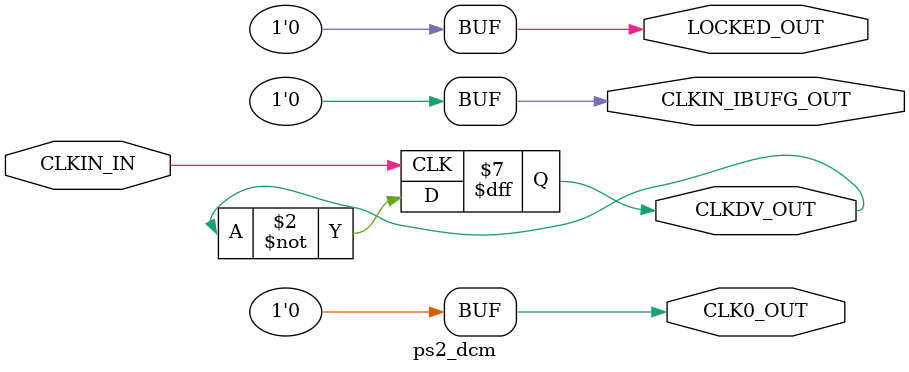
<source format=v>
`timescale 1ns / 1ps
module ps2_dcm (
		 CLKIN_IN	,
		 CLKDV_OUT	,
		 CLKIN_IBUFG_OUT	,
		 CLK0_OUT	,
		 LOCKED_OUT);
input CLKIN_IN;
output reg  CLKDV_OUT=0,CLKIN_IBUFG_OUT=0,CLK0_OUT=0,LOCKED_OUT=0;

always@(posedge CLKIN_IN)begin
	CLKDV_OUT=~CLKDV_OUT;
end
endmodule

</source>
